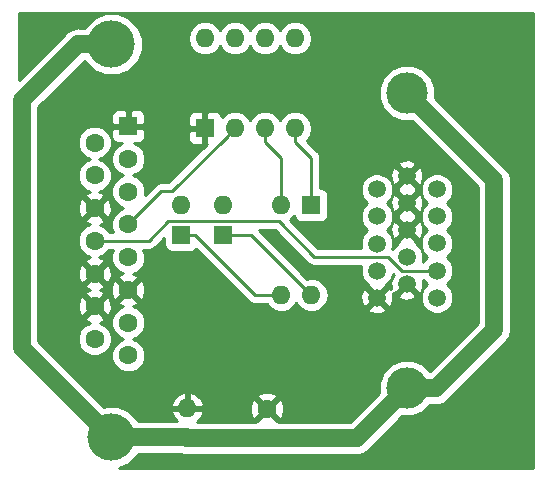
<source format=gbr>
G04 #@! TF.GenerationSoftware,KiCad,Pcbnew,5.0.2+dfsg1-1~bpo9+1*
G04 #@! TF.CreationDate,2021-10-31T12:26:06+01:00*
G04 #@! TF.ProjectId,MAC-VGA,4d41432d-5647-4412-9e6b-696361645f70,rev?*
G04 #@! TF.SameCoordinates,Original*
G04 #@! TF.FileFunction,Copper,L2,Bot*
G04 #@! TF.FilePolarity,Positive*
%FSLAX46Y46*%
G04 Gerber Fmt 4.6, Leading zero omitted, Abs format (unit mm)*
G04 Created by KiCad (PCBNEW 5.0.2+dfsg1-1~bpo9+1) date Sun Oct 31 12:26:06 2021*
%MOMM*%
%LPD*%
G01*
G04 APERTURE LIST*
G04 #@! TA.AperFunction,ComponentPad*
%ADD10O,1.600000X1.600000*%
G04 #@! TD*
G04 #@! TA.AperFunction,ComponentPad*
%ADD11R,1.600000X1.600000*%
G04 #@! TD*
G04 #@! TA.AperFunction,ComponentPad*
%ADD12C,1.600000*%
G04 #@! TD*
G04 #@! TA.AperFunction,ComponentPad*
%ADD13C,4.000000*%
G04 #@! TD*
G04 #@! TA.AperFunction,ComponentPad*
%ADD14C,1.500000*%
G04 #@! TD*
G04 #@! TA.AperFunction,ComponentPad*
%ADD15C,3.500000*%
G04 #@! TD*
G04 #@! TA.AperFunction,Conductor*
%ADD16C,1.500000*%
G04 #@! TD*
G04 #@! TA.AperFunction,Conductor*
%ADD17C,0.250000*%
G04 #@! TD*
G04 #@! TA.AperFunction,Conductor*
%ADD18C,0.254000*%
G04 #@! TD*
G04 APERTURE END LIST*
D10*
G04 #@! TO.P,D2,2*
G04 #@! TO.N,MAC_ID3*
X114500000Y-116960000D03*
D11*
G04 #@! TO.P,D2,1*
G04 #@! TO.N,Net-(D2-Pad1)*
X114500000Y-119500000D03*
G04 #@! TD*
D10*
G04 #@! TO.P,D1,2*
G04 #@! TO.N,MAC_ID2*
X118000000Y-116960000D03*
D11*
G04 #@! TO.P,D1,1*
G04 #@! TO.N,Net-(D1-Pad1)*
X118000000Y-119500000D03*
G04 #@! TD*
G04 #@! TO.P,SW2,1*
G04 #@! TO.N,MAC_ID3*
X125500000Y-117000000D03*
D10*
G04 #@! TO.P,SW2,3*
G04 #@! TO.N,Net-(D2-Pad1)*
X122960000Y-124620000D03*
G04 #@! TO.P,SW2,2*
G04 #@! TO.N,MAC_ID2*
X122960000Y-117000000D03*
G04 #@! TO.P,SW2,4*
G04 #@! TO.N,Net-(D1-Pad1)*
X125500000Y-124620000D03*
G04 #@! TD*
D11*
G04 #@! TO.P,SW1,1*
G04 #@! TO.N,GND*
X116500000Y-110500000D03*
D10*
G04 #@! TO.P,SW1,5*
G04 #@! TO.N,Net-(SW1-Pad5)*
X124120000Y-102880000D03*
G04 #@! TO.P,SW1,2*
G04 #@! TO.N,MAC_ID1*
X119040000Y-110500000D03*
G04 #@! TO.P,SW1,6*
G04 #@! TO.N,Net-(SW1-Pad5)*
X121580000Y-102880000D03*
G04 #@! TO.P,SW1,3*
G04 #@! TO.N,MAC_ID2*
X121580000Y-110500000D03*
G04 #@! TO.P,SW1,7*
G04 #@! TO.N,Net-(SW1-Pad5)*
X119040000Y-102880000D03*
G04 #@! TO.P,SW1,4*
G04 #@! TO.N,MAC_ID3*
X124120000Y-110500000D03*
G04 #@! TO.P,SW1,8*
G04 #@! TO.N,Net-(SW1-Pad5)*
X116500000Y-102880000D03*
G04 #@! TD*
D11*
G04 #@! TO.P,J2,1*
G04 #@! TO.N,GND*
X110000000Y-110330000D03*
D12*
G04 #@! TO.P,J2,2*
G04 #@! TO.N,MAC_R*
X110000000Y-113100000D03*
G04 #@! TO.P,J2,3*
G04 #@! TO.N,MAC_CS*
X110000000Y-115870000D03*
G04 #@! TO.P,J2,4*
G04 #@! TO.N,MAC_ID1*
X110000000Y-118640000D03*
G04 #@! TO.P,J2,5*
G04 #@! TO.N,MAC_G*
X110000000Y-121410000D03*
G04 #@! TO.P,J2,6*
G04 #@! TO.N,GND*
X110000000Y-124180000D03*
G04 #@! TO.P,J2,7*
G04 #@! TO.N,MAC_ID2*
X110000000Y-126950000D03*
G04 #@! TO.P,J2,8*
G04 #@! TO.N,Net-(J2-Pad8)*
X110000000Y-129720000D03*
G04 #@! TO.P,J2,9*
G04 #@! TO.N,MAC_B*
X107160000Y-111715000D03*
G04 #@! TO.P,J2,10*
G04 #@! TO.N,MAC_ID3*
X107160000Y-114485000D03*
G04 #@! TO.P,J2,11*
G04 #@! TO.N,GND*
X107160000Y-117255000D03*
G04 #@! TO.P,J2,12*
G04 #@! TO.N,MAC_VS*
X107160000Y-120025000D03*
G04 #@! TO.P,J2,13*
G04 #@! TO.N,GND*
X107160000Y-122795000D03*
G04 #@! TO.P,J2,14*
X107160000Y-125565000D03*
G04 #@! TO.P,J2,15*
G04 #@! TO.N,MAC_HS*
X107160000Y-128335000D03*
D13*
G04 #@! TO.P,J2,0*
G04 #@! TO.N,Net-(C3-Pad1)*
X108580000Y-103375000D03*
X108580000Y-136675000D03*
G04 #@! TD*
D11*
G04 #@! TO.P,C3,1*
G04 #@! TO.N,Net-(C3-Pad1)*
X121750000Y-136750000D03*
D12*
G04 #@! TO.P,C3,2*
G04 #@! TO.N,GND*
X121750000Y-134250000D03*
G04 #@! TD*
D14*
G04 #@! TO.P,J1,15*
G04 #@! TO.N,Net-(J1-Pad15)*
X136140000Y-124835000D03*
G04 #@! TO.P,J1,14*
G04 #@! TO.N,MAC_VS*
X136140000Y-122545000D03*
G04 #@! TO.P,J1,13*
G04 #@! TO.N,MAC_HS*
X136140000Y-120251000D03*
G04 #@! TO.P,J1,12*
G04 #@! TO.N,Net-(J1-Pad12)*
X136140000Y-117965000D03*
G04 #@! TO.P,J1,11*
G04 #@! TO.N,Net-(J1-Pad11)*
X136140000Y-115675000D03*
G04 #@! TO.P,J1,10*
G04 #@! TO.N,GND*
X133600000Y-123695000D03*
G04 #@! TO.P,J1,9*
G04 #@! TO.N,Net-(J1-Pad9)*
X133600000Y-121405000D03*
G04 #@! TO.P,J1,8*
G04 #@! TO.N,GND*
X133600000Y-119115000D03*
G04 #@! TO.P,J1,7*
X133600000Y-116825000D03*
G04 #@! TO.P,J1,6*
X133600000Y-114535000D03*
G04 #@! TO.P,J1,5*
X131060000Y-124835000D03*
G04 #@! TO.P,J1,4*
G04 #@! TO.N,Net-(J1-Pad4)*
X131060000Y-122545000D03*
G04 #@! TO.P,J1,3*
G04 #@! TO.N,MAC_B*
X131060000Y-120255000D03*
G04 #@! TO.P,J1,2*
G04 #@! TO.N,MAC_G*
X131060000Y-117965000D03*
G04 #@! TO.P,J1,1*
G04 #@! TO.N,MAC_R*
X131060000Y-115675000D03*
D15*
G04 #@! TO.P,J1,0*
G04 #@! TO.N,Net-(C3-Pad1)*
X133600000Y-107505000D03*
X133600000Y-132505000D03*
G04 #@! TD*
D12*
G04 #@! TO.P,R9,1*
G04 #@! TO.N,Net-(C3-Pad1)*
X115000000Y-136750000D03*
D10*
G04 #@! TO.P,R9,2*
G04 #@! TO.N,GND*
X115000000Y-134210000D03*
G04 #@! TD*
D16*
G04 #@! TO.N,Net-(C3-Pad1)*
X133600000Y-132505000D02*
X136075000Y-132505000D01*
X136075000Y-132505000D02*
X141000000Y-127580000D01*
X141000000Y-127580000D02*
X141000000Y-114905000D01*
X141000000Y-114905000D02*
X133600000Y-107505000D01*
X108580000Y-103375000D02*
X105752000Y-103375000D01*
X105752000Y-103375000D02*
X101000000Y-108127000D01*
X101000000Y-108127000D02*
X101000000Y-129095000D01*
X101000000Y-129095000D02*
X108580000Y-136675000D01*
X121750000Y-136750000D02*
X129355000Y-136750000D01*
X129355000Y-136750000D02*
X133600000Y-132505000D01*
X108580000Y-136675000D02*
X114925000Y-136675000D01*
X114925000Y-136675000D02*
X115000000Y-136750000D01*
X115000000Y-136750000D02*
X121750000Y-136750000D01*
D17*
G04 #@! TO.N,MAC_VS*
X136140000Y-122545000D02*
X133176400Y-122545000D01*
X133176400Y-122545000D02*
X132031400Y-121400000D01*
X132031400Y-121400000D02*
X125768400Y-121400000D01*
X125768400Y-121400000D02*
X122743000Y-118374600D01*
X122743000Y-118374600D02*
X113377200Y-118374600D01*
X113377200Y-118374600D02*
X111726800Y-120025000D01*
X111726800Y-120025000D02*
X107160000Y-120025000D01*
G04 #@! TO.N,Net-(D1-Pad1)*
X120380000Y-119500000D02*
X125500000Y-124620000D01*
X118000000Y-119500000D02*
X120380000Y-119500000D01*
G04 #@! TO.N,MAC_ID3*
X124120000Y-110500000D02*
X124120000Y-111625300D01*
X124120000Y-111625300D02*
X125500000Y-113005300D01*
X125500000Y-113005300D02*
X125500000Y-117000000D01*
G04 #@! TO.N,MAC_ID2*
X121580000Y-110500000D02*
X121580000Y-111625300D01*
X121580000Y-111625300D02*
X122960000Y-113005300D01*
X122960000Y-113005300D02*
X122960000Y-117000000D01*
G04 #@! TO.N,Net-(D2-Pad1)*
X114500000Y-119500000D02*
X115625300Y-119500000D01*
X122960000Y-124620000D02*
X120745300Y-124620000D01*
X120745300Y-124620000D02*
X115625300Y-119500000D01*
G04 #@! TO.N,MAC_ID1*
X118240001Y-111299999D02*
X119040000Y-110500000D01*
X113705001Y-115834999D02*
X118240001Y-111299999D01*
X112805001Y-115834999D02*
X113705001Y-115834999D01*
X110000000Y-118640000D02*
X112805001Y-115834999D01*
G04 #@! TD*
D18*
G04 #@! TO.N,GND*
G36*
X144265001Y-139265000D02*
X109212774Y-139265000D01*
X110072608Y-138908845D01*
X110813845Y-138167608D01*
X110858418Y-138060000D01*
X114412785Y-138060000D01*
X114714561Y-138185000D01*
X115285439Y-138185000D01*
X115406150Y-138135000D01*
X120682544Y-138135000D01*
X120702235Y-138148157D01*
X120950000Y-138197440D01*
X122550000Y-138197440D01*
X122797765Y-138148157D01*
X122817456Y-138135000D01*
X129218593Y-138135000D01*
X129355000Y-138162133D01*
X129491407Y-138135000D01*
X129895400Y-138054641D01*
X130353529Y-137748529D01*
X130430799Y-137632886D01*
X133173686Y-134890000D01*
X134074406Y-134890000D01*
X134950994Y-134526905D01*
X135587899Y-133890000D01*
X135938593Y-133890000D01*
X136075000Y-133917133D01*
X136211407Y-133890000D01*
X136615400Y-133809641D01*
X137073529Y-133503529D01*
X137150799Y-133387886D01*
X141882890Y-128655796D01*
X141998528Y-128578529D01*
X142075795Y-128462891D01*
X142075797Y-128462889D01*
X142304641Y-128120400D01*
X142412133Y-127580000D01*
X142385000Y-127443593D01*
X142385000Y-115041401D01*
X142412132Y-114904999D01*
X142385000Y-114768597D01*
X142385000Y-114768593D01*
X142304641Y-114364600D01*
X141998529Y-113906471D01*
X141882885Y-113829200D01*
X135985000Y-107931315D01*
X135985000Y-107030594D01*
X135621905Y-106154006D01*
X134950994Y-105483095D01*
X134074406Y-105120000D01*
X133125594Y-105120000D01*
X132249006Y-105483095D01*
X131578095Y-106154006D01*
X131215000Y-107030594D01*
X131215000Y-107979406D01*
X131578095Y-108855994D01*
X132249006Y-109526905D01*
X133125594Y-109890000D01*
X134026315Y-109890000D01*
X139615001Y-115478686D01*
X139615000Y-127006314D01*
X135544607Y-131076708D01*
X134950994Y-130483095D01*
X134074406Y-130120000D01*
X133125594Y-130120000D01*
X132249006Y-130483095D01*
X131578095Y-131154006D01*
X131215000Y-132030594D01*
X131215000Y-132931314D01*
X128781315Y-135365000D01*
X122817456Y-135365000D01*
X122797765Y-135351843D01*
X122563813Y-135305307D01*
X122578139Y-135257745D01*
X121750000Y-134429605D01*
X120921861Y-135257745D01*
X120936187Y-135305307D01*
X120702235Y-135351843D01*
X120682544Y-135365000D01*
X115821365Y-135365000D01*
X116152389Y-135065134D01*
X116391914Y-134559041D01*
X116270629Y-134337000D01*
X115127000Y-134337000D01*
X115127000Y-134357000D01*
X114873000Y-134357000D01*
X114873000Y-134337000D01*
X113729371Y-134337000D01*
X113608086Y-134559041D01*
X113847611Y-135065134D01*
X114095842Y-135290000D01*
X110858418Y-135290000D01*
X110813845Y-135182392D01*
X110072608Y-134441155D01*
X109104134Y-134040000D01*
X108055866Y-134040000D01*
X107948258Y-134084573D01*
X107724644Y-133860959D01*
X113608086Y-133860959D01*
X113729371Y-134083000D01*
X114873000Y-134083000D01*
X114873000Y-132940085D01*
X115127000Y-132940085D01*
X115127000Y-134083000D01*
X116270629Y-134083000D01*
X116297818Y-134033223D01*
X120303035Y-134033223D01*
X120330222Y-134603454D01*
X120496136Y-135004005D01*
X120742255Y-135078139D01*
X121570395Y-134250000D01*
X121929605Y-134250000D01*
X122757745Y-135078139D01*
X123003864Y-135004005D01*
X123196965Y-134466777D01*
X123169778Y-133896546D01*
X123003864Y-133495995D01*
X122757745Y-133421861D01*
X121929605Y-134250000D01*
X121570395Y-134250000D01*
X120742255Y-133421861D01*
X120496136Y-133495995D01*
X120303035Y-134033223D01*
X116297818Y-134033223D01*
X116391914Y-133860959D01*
X116152389Y-133354866D01*
X116028078Y-133242255D01*
X120921861Y-133242255D01*
X121750000Y-134070395D01*
X122578139Y-133242255D01*
X122504005Y-132996136D01*
X121966777Y-132803035D01*
X121396546Y-132830222D01*
X120995995Y-132996136D01*
X120921861Y-133242255D01*
X116028078Y-133242255D01*
X115737423Y-132978959D01*
X115349039Y-132818096D01*
X115127000Y-132940085D01*
X114873000Y-132940085D01*
X114650961Y-132818096D01*
X114262577Y-132978959D01*
X113847611Y-133354866D01*
X113608086Y-133860959D01*
X107724644Y-133860959D01*
X102385000Y-128521315D01*
X102385000Y-128049561D01*
X105725000Y-128049561D01*
X105725000Y-128620439D01*
X105943466Y-129147862D01*
X106347138Y-129551534D01*
X106874561Y-129770000D01*
X107445439Y-129770000D01*
X107972862Y-129551534D01*
X108376534Y-129147862D01*
X108595000Y-128620439D01*
X108595000Y-128049561D01*
X108376534Y-127522138D01*
X107972862Y-127118466D01*
X107581782Y-126956475D01*
X107914005Y-126818864D01*
X107960482Y-126664561D01*
X108565000Y-126664561D01*
X108565000Y-127235439D01*
X108783466Y-127762862D01*
X109187138Y-128166534D01*
X109593850Y-128335000D01*
X109187138Y-128503466D01*
X108783466Y-128907138D01*
X108565000Y-129434561D01*
X108565000Y-130005439D01*
X108783466Y-130532862D01*
X109187138Y-130936534D01*
X109714561Y-131155000D01*
X110285439Y-131155000D01*
X110812862Y-130936534D01*
X111216534Y-130532862D01*
X111435000Y-130005439D01*
X111435000Y-129434561D01*
X111216534Y-128907138D01*
X110812862Y-128503466D01*
X110406150Y-128335000D01*
X110812862Y-128166534D01*
X111216534Y-127762862D01*
X111435000Y-127235439D01*
X111435000Y-126664561D01*
X111216534Y-126137138D01*
X110812862Y-125733466D01*
X110421782Y-125571475D01*
X110754005Y-125433864D01*
X110828139Y-125187745D01*
X110000000Y-124359605D01*
X109171861Y-125187745D01*
X109245995Y-125433864D01*
X109601739Y-125561732D01*
X109187138Y-125733466D01*
X108783466Y-126137138D01*
X108565000Y-126664561D01*
X107960482Y-126664561D01*
X107988139Y-126572745D01*
X107160000Y-125744605D01*
X106331861Y-126572745D01*
X106405995Y-126818864D01*
X106761739Y-126946732D01*
X106347138Y-127118466D01*
X105943466Y-127522138D01*
X105725000Y-128049561D01*
X102385000Y-128049561D01*
X102385000Y-125348223D01*
X105713035Y-125348223D01*
X105740222Y-125918454D01*
X105906136Y-126319005D01*
X106152255Y-126393139D01*
X106980395Y-125565000D01*
X107339605Y-125565000D01*
X108167745Y-126393139D01*
X108413864Y-126319005D01*
X108606965Y-125781777D01*
X108579778Y-125211546D01*
X108413864Y-124810995D01*
X108167745Y-124736861D01*
X107339605Y-125565000D01*
X106980395Y-125565000D01*
X106152255Y-124736861D01*
X105906136Y-124810995D01*
X105713035Y-125348223D01*
X102385000Y-125348223D01*
X102385000Y-123802745D01*
X106331861Y-123802745D01*
X106405995Y-124048864D01*
X106744999Y-124170716D01*
X106405995Y-124311136D01*
X106331861Y-124557255D01*
X107160000Y-125385395D01*
X107988139Y-124557255D01*
X107914005Y-124311136D01*
X107575001Y-124189284D01*
X107914005Y-124048864D01*
X107939801Y-123963223D01*
X108553035Y-123963223D01*
X108580222Y-124533454D01*
X108746136Y-124934005D01*
X108992255Y-125008139D01*
X109820395Y-124180000D01*
X110179605Y-124180000D01*
X111007745Y-125008139D01*
X111253864Y-124934005D01*
X111446965Y-124396777D01*
X111419778Y-123826546D01*
X111253864Y-123425995D01*
X111007745Y-123351861D01*
X110179605Y-124180000D01*
X109820395Y-124180000D01*
X108992255Y-123351861D01*
X108746136Y-123425995D01*
X108553035Y-123963223D01*
X107939801Y-123963223D01*
X107988139Y-123802745D01*
X107160000Y-122974605D01*
X106331861Y-123802745D01*
X102385000Y-123802745D01*
X102385000Y-122578223D01*
X105713035Y-122578223D01*
X105740222Y-123148454D01*
X105906136Y-123549005D01*
X106152255Y-123623139D01*
X106980395Y-122795000D01*
X107339605Y-122795000D01*
X108167745Y-123623139D01*
X108413864Y-123549005D01*
X108606965Y-123011777D01*
X108579778Y-122441546D01*
X108413864Y-122040995D01*
X108167745Y-121966861D01*
X107339605Y-122795000D01*
X106980395Y-122795000D01*
X106152255Y-121966861D01*
X105906136Y-122040995D01*
X105713035Y-122578223D01*
X102385000Y-122578223D01*
X102385000Y-119739561D01*
X105725000Y-119739561D01*
X105725000Y-120310439D01*
X105943466Y-120837862D01*
X106347138Y-121241534D01*
X106738218Y-121403525D01*
X106405995Y-121541136D01*
X106331861Y-121787255D01*
X107160000Y-122615395D01*
X107988139Y-121787255D01*
X107914005Y-121541136D01*
X107558261Y-121413268D01*
X107972862Y-121241534D01*
X108376534Y-120837862D01*
X108398430Y-120785000D01*
X108705651Y-120785000D01*
X108565000Y-121124561D01*
X108565000Y-121695439D01*
X108783466Y-122222862D01*
X109187138Y-122626534D01*
X109578218Y-122788525D01*
X109245995Y-122926136D01*
X109171861Y-123172255D01*
X110000000Y-124000395D01*
X110828139Y-123172255D01*
X110754005Y-122926136D01*
X110398261Y-122798268D01*
X110812862Y-122626534D01*
X111216534Y-122222862D01*
X111435000Y-121695439D01*
X111435000Y-121124561D01*
X111294349Y-120785000D01*
X111651953Y-120785000D01*
X111726800Y-120799888D01*
X111801647Y-120785000D01*
X111801652Y-120785000D01*
X112023337Y-120740904D01*
X112274729Y-120572929D01*
X112317131Y-120509470D01*
X113052560Y-119774041D01*
X113052560Y-120300000D01*
X113101843Y-120547765D01*
X113242191Y-120757809D01*
X113452235Y-120898157D01*
X113700000Y-120947440D01*
X115300000Y-120947440D01*
X115547765Y-120898157D01*
X115757809Y-120757809D01*
X115778036Y-120727537D01*
X120154973Y-125104476D01*
X120197371Y-125167929D01*
X120260824Y-125210327D01*
X120260826Y-125210329D01*
X120386202Y-125294102D01*
X120448763Y-125335904D01*
X120670448Y-125380000D01*
X120670452Y-125380000D01*
X120745299Y-125394888D01*
X120820146Y-125380000D01*
X121741957Y-125380000D01*
X121925423Y-125654577D01*
X122400091Y-125971740D01*
X122818667Y-126055000D01*
X123101333Y-126055000D01*
X123519909Y-125971740D01*
X123994577Y-125654577D01*
X124230000Y-125302242D01*
X124465423Y-125654577D01*
X124940091Y-125971740D01*
X125358667Y-126055000D01*
X125641333Y-126055000D01*
X126059909Y-125971740D01*
X126307182Y-125806517D01*
X130268088Y-125806517D01*
X130336077Y-126047460D01*
X130855171Y-126232201D01*
X131405448Y-126204230D01*
X131783923Y-126047460D01*
X131851912Y-125806517D01*
X131060000Y-125014605D01*
X130268088Y-125806517D01*
X126307182Y-125806517D01*
X126534577Y-125654577D01*
X126851740Y-125179909D01*
X126961089Y-124630171D01*
X129662799Y-124630171D01*
X129690770Y-125180448D01*
X129847540Y-125558923D01*
X130088483Y-125626912D01*
X130880395Y-124835000D01*
X130088483Y-124043088D01*
X129847540Y-124111077D01*
X129662799Y-124630171D01*
X126961089Y-124630171D01*
X126963113Y-124620000D01*
X126851740Y-124060091D01*
X126534577Y-123585423D01*
X126059909Y-123268260D01*
X125641333Y-123185000D01*
X125358667Y-123185000D01*
X125176115Y-123221312D01*
X121089401Y-119134600D01*
X122428199Y-119134600D01*
X125178070Y-121884472D01*
X125220471Y-121947929D01*
X125283927Y-121990329D01*
X125471862Y-122115904D01*
X125520005Y-122125480D01*
X125693548Y-122160000D01*
X125693552Y-122160000D01*
X125768400Y-122174888D01*
X125843248Y-122160000D01*
X129720359Y-122160000D01*
X129675000Y-122269506D01*
X129675000Y-122820494D01*
X129885853Y-123329540D01*
X130275460Y-123719147D01*
X130305326Y-123731518D01*
X130268088Y-123863483D01*
X131060000Y-124655395D01*
X131851912Y-123863483D01*
X131814674Y-123731518D01*
X131844540Y-123719147D01*
X132234147Y-123329540D01*
X132425110Y-122868512D01*
X132496835Y-122940236D01*
X132387540Y-122971077D01*
X132202799Y-123490171D01*
X132230770Y-124040448D01*
X132258380Y-124107104D01*
X132031517Y-124043088D01*
X131239605Y-124835000D01*
X132031517Y-125626912D01*
X132272460Y-125558923D01*
X132457201Y-125039829D01*
X132438226Y-124666517D01*
X132808088Y-124666517D01*
X132876077Y-124907460D01*
X133395171Y-125092201D01*
X133945448Y-125064230D01*
X134323923Y-124907460D01*
X134391912Y-124666517D01*
X133600000Y-123874605D01*
X132808088Y-124666517D01*
X132438226Y-124666517D01*
X132429230Y-124489552D01*
X132401620Y-124422896D01*
X132628483Y-124486912D01*
X133420395Y-123695000D01*
X133406253Y-123680858D01*
X133585858Y-123501253D01*
X133600000Y-123515395D01*
X133614143Y-123501253D01*
X133793748Y-123680858D01*
X133779605Y-123695000D01*
X134571517Y-124486912D01*
X134812460Y-124418923D01*
X134997201Y-123899829D01*
X134969230Y-123349552D01*
X134950776Y-123305000D01*
X134955688Y-123305000D01*
X134965853Y-123329540D01*
X135326313Y-123690000D01*
X134965853Y-124050460D01*
X134755000Y-124559506D01*
X134755000Y-125110494D01*
X134965853Y-125619540D01*
X135355460Y-126009147D01*
X135864506Y-126220000D01*
X136415494Y-126220000D01*
X136924540Y-126009147D01*
X137314147Y-125619540D01*
X137525000Y-125110494D01*
X137525000Y-124559506D01*
X137314147Y-124050460D01*
X136953687Y-123690000D01*
X137314147Y-123329540D01*
X137525000Y-122820494D01*
X137525000Y-122269506D01*
X137314147Y-121760460D01*
X136951687Y-121398000D01*
X137314147Y-121035540D01*
X137525000Y-120526494D01*
X137525000Y-119975506D01*
X137314147Y-119466460D01*
X136955687Y-119108000D01*
X137314147Y-118749540D01*
X137525000Y-118240494D01*
X137525000Y-117689506D01*
X137314147Y-117180460D01*
X136953687Y-116820000D01*
X137314147Y-116459540D01*
X137525000Y-115950494D01*
X137525000Y-115399506D01*
X137314147Y-114890460D01*
X136924540Y-114500853D01*
X136415494Y-114290000D01*
X135864506Y-114290000D01*
X135355460Y-114500853D01*
X134965853Y-114890460D01*
X134755000Y-115399506D01*
X134755000Y-115950494D01*
X134965853Y-116459540D01*
X135326313Y-116820000D01*
X134965853Y-117180460D01*
X134755000Y-117689506D01*
X134755000Y-118240494D01*
X134965853Y-118749540D01*
X135324313Y-119108000D01*
X134965853Y-119466460D01*
X134817865Y-119823737D01*
X134997201Y-119319829D01*
X134969230Y-118769552D01*
X134812460Y-118391077D01*
X134571517Y-118323088D01*
X133779605Y-119115000D01*
X134571517Y-119906912D01*
X134811457Y-119839206D01*
X134755000Y-119975506D01*
X134755000Y-120526494D01*
X134965853Y-121035540D01*
X135328313Y-121398000D01*
X134965853Y-121760460D01*
X134955688Y-121785000D01*
X134941712Y-121785000D01*
X134985000Y-121680494D01*
X134985000Y-121129506D01*
X134774147Y-120620460D01*
X134384540Y-120230853D01*
X134354674Y-120218482D01*
X134391912Y-120086517D01*
X133600000Y-119294605D01*
X132808088Y-120086517D01*
X132845326Y-120218482D01*
X132815460Y-120230853D01*
X132425853Y-120620460D01*
X132383983Y-120721545D01*
X132369792Y-120712063D01*
X132445000Y-120530494D01*
X132445000Y-119979506D01*
X132234147Y-119470460D01*
X131873687Y-119110000D01*
X132073516Y-118910171D01*
X132202799Y-118910171D01*
X132230770Y-119460448D01*
X132387540Y-119838923D01*
X132628483Y-119906912D01*
X133420395Y-119115000D01*
X132628483Y-118323088D01*
X132387540Y-118391077D01*
X132202799Y-118910171D01*
X132073516Y-118910171D01*
X132234147Y-118749540D01*
X132445000Y-118240494D01*
X132445000Y-117796517D01*
X132808088Y-117796517D01*
X132857041Y-117970000D01*
X132808088Y-118143483D01*
X133600000Y-118935395D01*
X134391912Y-118143483D01*
X134342959Y-117970000D01*
X134391912Y-117796517D01*
X133600000Y-117004605D01*
X132808088Y-117796517D01*
X132445000Y-117796517D01*
X132445000Y-117689506D01*
X132234147Y-117180460D01*
X131873687Y-116820000D01*
X132073516Y-116620171D01*
X132202799Y-116620171D01*
X132230770Y-117170448D01*
X132387540Y-117548923D01*
X132628483Y-117616912D01*
X133420395Y-116825000D01*
X133779605Y-116825000D01*
X134571517Y-117616912D01*
X134812460Y-117548923D01*
X134997201Y-117029829D01*
X134969230Y-116479552D01*
X134812460Y-116101077D01*
X134571517Y-116033088D01*
X133779605Y-116825000D01*
X133420395Y-116825000D01*
X132628483Y-116033088D01*
X132387540Y-116101077D01*
X132202799Y-116620171D01*
X132073516Y-116620171D01*
X132234147Y-116459540D01*
X132445000Y-115950494D01*
X132445000Y-115506517D01*
X132808088Y-115506517D01*
X132857041Y-115680000D01*
X132808088Y-115853483D01*
X133600000Y-116645395D01*
X134391912Y-115853483D01*
X134342959Y-115680000D01*
X134391912Y-115506517D01*
X133600000Y-114714605D01*
X132808088Y-115506517D01*
X132445000Y-115506517D01*
X132445000Y-115399506D01*
X132234147Y-114890460D01*
X131844540Y-114500853D01*
X131432476Y-114330171D01*
X132202799Y-114330171D01*
X132230770Y-114880448D01*
X132387540Y-115258923D01*
X132628483Y-115326912D01*
X133420395Y-114535000D01*
X133779605Y-114535000D01*
X134571517Y-115326912D01*
X134812460Y-115258923D01*
X134997201Y-114739829D01*
X134969230Y-114189552D01*
X134812460Y-113811077D01*
X134571517Y-113743088D01*
X133779605Y-114535000D01*
X133420395Y-114535000D01*
X132628483Y-113743088D01*
X132387540Y-113811077D01*
X132202799Y-114330171D01*
X131432476Y-114330171D01*
X131335494Y-114290000D01*
X130784506Y-114290000D01*
X130275460Y-114500853D01*
X129885853Y-114890460D01*
X129675000Y-115399506D01*
X129675000Y-115950494D01*
X129885853Y-116459540D01*
X130246313Y-116820000D01*
X129885853Y-117180460D01*
X129675000Y-117689506D01*
X129675000Y-118240494D01*
X129885853Y-118749540D01*
X130246313Y-119110000D01*
X129885853Y-119470460D01*
X129675000Y-119979506D01*
X129675000Y-120530494D01*
X129720359Y-120640000D01*
X126083202Y-120640000D01*
X123684779Y-118241578D01*
X123994577Y-118034577D01*
X124075215Y-117913894D01*
X124101843Y-118047765D01*
X124242191Y-118257809D01*
X124452235Y-118398157D01*
X124700000Y-118447440D01*
X126300000Y-118447440D01*
X126547765Y-118398157D01*
X126757809Y-118257809D01*
X126898157Y-118047765D01*
X126947440Y-117800000D01*
X126947440Y-116200000D01*
X126898157Y-115952235D01*
X126757809Y-115742191D01*
X126547765Y-115601843D01*
X126300000Y-115552560D01*
X126260000Y-115552560D01*
X126260000Y-113563483D01*
X132808088Y-113563483D01*
X133600000Y-114355395D01*
X134391912Y-113563483D01*
X134323923Y-113322540D01*
X133804829Y-113137799D01*
X133254552Y-113165770D01*
X132876077Y-113322540D01*
X132808088Y-113563483D01*
X126260000Y-113563483D01*
X126260000Y-113080148D01*
X126274888Y-113005300D01*
X126260000Y-112930452D01*
X126260000Y-112930448D01*
X126215904Y-112708763D01*
X126215904Y-112708762D01*
X126090329Y-112520827D01*
X126047929Y-112457371D01*
X125984473Y-112414971D01*
X125124305Y-111554804D01*
X125154577Y-111534577D01*
X125471740Y-111059909D01*
X125583113Y-110500000D01*
X125471740Y-109940091D01*
X125154577Y-109465423D01*
X124679909Y-109148260D01*
X124261333Y-109065000D01*
X123978667Y-109065000D01*
X123560091Y-109148260D01*
X123085423Y-109465423D01*
X122850000Y-109817758D01*
X122614577Y-109465423D01*
X122139909Y-109148260D01*
X121721333Y-109065000D01*
X121438667Y-109065000D01*
X121020091Y-109148260D01*
X120545423Y-109465423D01*
X120310000Y-109817758D01*
X120074577Y-109465423D01*
X119599909Y-109148260D01*
X119181333Y-109065000D01*
X118898667Y-109065000D01*
X118480091Y-109148260D01*
X118005423Y-109465423D01*
X117934265Y-109571918D01*
X117838327Y-109340302D01*
X117659699Y-109161673D01*
X117426310Y-109065000D01*
X116785750Y-109065000D01*
X116627000Y-109223750D01*
X116627000Y-110373000D01*
X116647000Y-110373000D01*
X116647000Y-110627000D01*
X116627000Y-110627000D01*
X116627000Y-111776250D01*
X116657974Y-111807224D01*
X113390200Y-115074999D01*
X112879847Y-115074999D01*
X112805000Y-115060111D01*
X112730153Y-115074999D01*
X112730149Y-115074999D01*
X112508464Y-115119095D01*
X112508462Y-115119096D01*
X112508463Y-115119096D01*
X112320527Y-115244670D01*
X112320525Y-115244672D01*
X112257072Y-115287070D01*
X112214674Y-115350523D01*
X111435000Y-116130198D01*
X111435000Y-115584561D01*
X111216534Y-115057138D01*
X110812862Y-114653466D01*
X110406150Y-114485000D01*
X110812862Y-114316534D01*
X111216534Y-113912862D01*
X111435000Y-113385439D01*
X111435000Y-112814561D01*
X111216534Y-112287138D01*
X110812862Y-111883466D01*
X110526860Y-111765000D01*
X110926310Y-111765000D01*
X111159699Y-111668327D01*
X111338327Y-111489698D01*
X111435000Y-111256309D01*
X111435000Y-110785750D01*
X115065000Y-110785750D01*
X115065000Y-111426309D01*
X115161673Y-111659698D01*
X115340301Y-111838327D01*
X115573690Y-111935000D01*
X116214250Y-111935000D01*
X116373000Y-111776250D01*
X116373000Y-110627000D01*
X115223750Y-110627000D01*
X115065000Y-110785750D01*
X111435000Y-110785750D01*
X111435000Y-110615750D01*
X111276250Y-110457000D01*
X110127000Y-110457000D01*
X110127000Y-110477000D01*
X109873000Y-110477000D01*
X109873000Y-110457000D01*
X108723750Y-110457000D01*
X108565000Y-110615750D01*
X108565000Y-111256309D01*
X108661673Y-111489698D01*
X108840301Y-111668327D01*
X109073690Y-111765000D01*
X109473140Y-111765000D01*
X109187138Y-111883466D01*
X108783466Y-112287138D01*
X108565000Y-112814561D01*
X108565000Y-113385439D01*
X108783466Y-113912862D01*
X109187138Y-114316534D01*
X109593850Y-114485000D01*
X109187138Y-114653466D01*
X108783466Y-115057138D01*
X108565000Y-115584561D01*
X108565000Y-116155439D01*
X108783466Y-116682862D01*
X109187138Y-117086534D01*
X109593850Y-117255000D01*
X109187138Y-117423466D01*
X108783466Y-117827138D01*
X108565000Y-118354561D01*
X108565000Y-118925439D01*
X108705651Y-119265000D01*
X108398430Y-119265000D01*
X108376534Y-119212138D01*
X107972862Y-118808466D01*
X107581782Y-118646475D01*
X107914005Y-118508864D01*
X107988139Y-118262745D01*
X107160000Y-117434605D01*
X106331861Y-118262745D01*
X106405995Y-118508864D01*
X106761739Y-118636732D01*
X106347138Y-118808466D01*
X105943466Y-119212138D01*
X105725000Y-119739561D01*
X102385000Y-119739561D01*
X102385000Y-117038223D01*
X105713035Y-117038223D01*
X105740222Y-117608454D01*
X105906136Y-118009005D01*
X106152255Y-118083139D01*
X106980395Y-117255000D01*
X107339605Y-117255000D01*
X108167745Y-118083139D01*
X108413864Y-118009005D01*
X108606965Y-117471777D01*
X108579778Y-116901546D01*
X108413864Y-116500995D01*
X108167745Y-116426861D01*
X107339605Y-117255000D01*
X106980395Y-117255000D01*
X106152255Y-116426861D01*
X105906136Y-116500995D01*
X105713035Y-117038223D01*
X102385000Y-117038223D01*
X102385000Y-111429561D01*
X105725000Y-111429561D01*
X105725000Y-112000439D01*
X105943466Y-112527862D01*
X106347138Y-112931534D01*
X106753850Y-113100000D01*
X106347138Y-113268466D01*
X105943466Y-113672138D01*
X105725000Y-114199561D01*
X105725000Y-114770439D01*
X105943466Y-115297862D01*
X106347138Y-115701534D01*
X106738218Y-115863525D01*
X106405995Y-116001136D01*
X106331861Y-116247255D01*
X107160000Y-117075395D01*
X107988139Y-116247255D01*
X107914005Y-116001136D01*
X107558261Y-115873268D01*
X107972862Y-115701534D01*
X108376534Y-115297862D01*
X108595000Y-114770439D01*
X108595000Y-114199561D01*
X108376534Y-113672138D01*
X107972862Y-113268466D01*
X107566150Y-113100000D01*
X107972862Y-112931534D01*
X108376534Y-112527862D01*
X108595000Y-112000439D01*
X108595000Y-111429561D01*
X108376534Y-110902138D01*
X107972862Y-110498466D01*
X107445439Y-110280000D01*
X106874561Y-110280000D01*
X106347138Y-110498466D01*
X105943466Y-110902138D01*
X105725000Y-111429561D01*
X102385000Y-111429561D01*
X102385000Y-109403691D01*
X108565000Y-109403691D01*
X108565000Y-110044250D01*
X108723750Y-110203000D01*
X109873000Y-110203000D01*
X109873000Y-109053750D01*
X110127000Y-109053750D01*
X110127000Y-110203000D01*
X111276250Y-110203000D01*
X111435000Y-110044250D01*
X111435000Y-109573691D01*
X115065000Y-109573691D01*
X115065000Y-110214250D01*
X115223750Y-110373000D01*
X116373000Y-110373000D01*
X116373000Y-109223750D01*
X116214250Y-109065000D01*
X115573690Y-109065000D01*
X115340301Y-109161673D01*
X115161673Y-109340302D01*
X115065000Y-109573691D01*
X111435000Y-109573691D01*
X111435000Y-109403691D01*
X111338327Y-109170302D01*
X111159699Y-108991673D01*
X110926310Y-108895000D01*
X110285750Y-108895000D01*
X110127000Y-109053750D01*
X109873000Y-109053750D01*
X109714250Y-108895000D01*
X109073690Y-108895000D01*
X108840301Y-108991673D01*
X108661673Y-109170302D01*
X108565000Y-109403691D01*
X102385000Y-109403691D01*
X102385000Y-108700685D01*
X106308642Y-104777044D01*
X106346155Y-104867608D01*
X107087392Y-105608845D01*
X108055866Y-106010000D01*
X109104134Y-106010000D01*
X110072608Y-105608845D01*
X110813845Y-104867608D01*
X111215000Y-103899134D01*
X111215000Y-102880000D01*
X115036887Y-102880000D01*
X115148260Y-103439909D01*
X115465423Y-103914577D01*
X115940091Y-104231740D01*
X116358667Y-104315000D01*
X116641333Y-104315000D01*
X117059909Y-104231740D01*
X117534577Y-103914577D01*
X117770000Y-103562242D01*
X118005423Y-103914577D01*
X118480091Y-104231740D01*
X118898667Y-104315000D01*
X119181333Y-104315000D01*
X119599909Y-104231740D01*
X120074577Y-103914577D01*
X120310000Y-103562242D01*
X120545423Y-103914577D01*
X121020091Y-104231740D01*
X121438667Y-104315000D01*
X121721333Y-104315000D01*
X122139909Y-104231740D01*
X122614577Y-103914577D01*
X122850000Y-103562242D01*
X123085423Y-103914577D01*
X123560091Y-104231740D01*
X123978667Y-104315000D01*
X124261333Y-104315000D01*
X124679909Y-104231740D01*
X125154577Y-103914577D01*
X125471740Y-103439909D01*
X125583113Y-102880000D01*
X125471740Y-102320091D01*
X125154577Y-101845423D01*
X124679909Y-101528260D01*
X124261333Y-101445000D01*
X123978667Y-101445000D01*
X123560091Y-101528260D01*
X123085423Y-101845423D01*
X122850000Y-102197758D01*
X122614577Y-101845423D01*
X122139909Y-101528260D01*
X121721333Y-101445000D01*
X121438667Y-101445000D01*
X121020091Y-101528260D01*
X120545423Y-101845423D01*
X120310000Y-102197758D01*
X120074577Y-101845423D01*
X119599909Y-101528260D01*
X119181333Y-101445000D01*
X118898667Y-101445000D01*
X118480091Y-101528260D01*
X118005423Y-101845423D01*
X117770000Y-102197758D01*
X117534577Y-101845423D01*
X117059909Y-101528260D01*
X116641333Y-101445000D01*
X116358667Y-101445000D01*
X115940091Y-101528260D01*
X115465423Y-101845423D01*
X115148260Y-102320091D01*
X115036887Y-102880000D01*
X111215000Y-102880000D01*
X111215000Y-102850866D01*
X110813845Y-101882392D01*
X110072608Y-101141155D01*
X109104134Y-100740000D01*
X108055866Y-100740000D01*
X107087392Y-101141155D01*
X106346155Y-101882392D01*
X106301582Y-101990000D01*
X105888407Y-101990000D01*
X105752000Y-101962867D01*
X105615593Y-101990000D01*
X105211600Y-102070359D01*
X104753471Y-102376471D01*
X104676202Y-102492112D01*
X100735000Y-106433315D01*
X100735000Y-100735000D01*
X144265000Y-100735000D01*
X144265001Y-139265000D01*
X144265001Y-139265000D01*
G37*
X144265001Y-139265000D02*
X109212774Y-139265000D01*
X110072608Y-138908845D01*
X110813845Y-138167608D01*
X110858418Y-138060000D01*
X114412785Y-138060000D01*
X114714561Y-138185000D01*
X115285439Y-138185000D01*
X115406150Y-138135000D01*
X120682544Y-138135000D01*
X120702235Y-138148157D01*
X120950000Y-138197440D01*
X122550000Y-138197440D01*
X122797765Y-138148157D01*
X122817456Y-138135000D01*
X129218593Y-138135000D01*
X129355000Y-138162133D01*
X129491407Y-138135000D01*
X129895400Y-138054641D01*
X130353529Y-137748529D01*
X130430799Y-137632886D01*
X133173686Y-134890000D01*
X134074406Y-134890000D01*
X134950994Y-134526905D01*
X135587899Y-133890000D01*
X135938593Y-133890000D01*
X136075000Y-133917133D01*
X136211407Y-133890000D01*
X136615400Y-133809641D01*
X137073529Y-133503529D01*
X137150799Y-133387886D01*
X141882890Y-128655796D01*
X141998528Y-128578529D01*
X142075795Y-128462891D01*
X142075797Y-128462889D01*
X142304641Y-128120400D01*
X142412133Y-127580000D01*
X142385000Y-127443593D01*
X142385000Y-115041401D01*
X142412132Y-114904999D01*
X142385000Y-114768597D01*
X142385000Y-114768593D01*
X142304641Y-114364600D01*
X141998529Y-113906471D01*
X141882885Y-113829200D01*
X135985000Y-107931315D01*
X135985000Y-107030594D01*
X135621905Y-106154006D01*
X134950994Y-105483095D01*
X134074406Y-105120000D01*
X133125594Y-105120000D01*
X132249006Y-105483095D01*
X131578095Y-106154006D01*
X131215000Y-107030594D01*
X131215000Y-107979406D01*
X131578095Y-108855994D01*
X132249006Y-109526905D01*
X133125594Y-109890000D01*
X134026315Y-109890000D01*
X139615001Y-115478686D01*
X139615000Y-127006314D01*
X135544607Y-131076708D01*
X134950994Y-130483095D01*
X134074406Y-130120000D01*
X133125594Y-130120000D01*
X132249006Y-130483095D01*
X131578095Y-131154006D01*
X131215000Y-132030594D01*
X131215000Y-132931314D01*
X128781315Y-135365000D01*
X122817456Y-135365000D01*
X122797765Y-135351843D01*
X122563813Y-135305307D01*
X122578139Y-135257745D01*
X121750000Y-134429605D01*
X120921861Y-135257745D01*
X120936187Y-135305307D01*
X120702235Y-135351843D01*
X120682544Y-135365000D01*
X115821365Y-135365000D01*
X116152389Y-135065134D01*
X116391914Y-134559041D01*
X116270629Y-134337000D01*
X115127000Y-134337000D01*
X115127000Y-134357000D01*
X114873000Y-134357000D01*
X114873000Y-134337000D01*
X113729371Y-134337000D01*
X113608086Y-134559041D01*
X113847611Y-135065134D01*
X114095842Y-135290000D01*
X110858418Y-135290000D01*
X110813845Y-135182392D01*
X110072608Y-134441155D01*
X109104134Y-134040000D01*
X108055866Y-134040000D01*
X107948258Y-134084573D01*
X107724644Y-133860959D01*
X113608086Y-133860959D01*
X113729371Y-134083000D01*
X114873000Y-134083000D01*
X114873000Y-132940085D01*
X115127000Y-132940085D01*
X115127000Y-134083000D01*
X116270629Y-134083000D01*
X116297818Y-134033223D01*
X120303035Y-134033223D01*
X120330222Y-134603454D01*
X120496136Y-135004005D01*
X120742255Y-135078139D01*
X121570395Y-134250000D01*
X121929605Y-134250000D01*
X122757745Y-135078139D01*
X123003864Y-135004005D01*
X123196965Y-134466777D01*
X123169778Y-133896546D01*
X123003864Y-133495995D01*
X122757745Y-133421861D01*
X121929605Y-134250000D01*
X121570395Y-134250000D01*
X120742255Y-133421861D01*
X120496136Y-133495995D01*
X120303035Y-134033223D01*
X116297818Y-134033223D01*
X116391914Y-133860959D01*
X116152389Y-133354866D01*
X116028078Y-133242255D01*
X120921861Y-133242255D01*
X121750000Y-134070395D01*
X122578139Y-133242255D01*
X122504005Y-132996136D01*
X121966777Y-132803035D01*
X121396546Y-132830222D01*
X120995995Y-132996136D01*
X120921861Y-133242255D01*
X116028078Y-133242255D01*
X115737423Y-132978959D01*
X115349039Y-132818096D01*
X115127000Y-132940085D01*
X114873000Y-132940085D01*
X114650961Y-132818096D01*
X114262577Y-132978959D01*
X113847611Y-133354866D01*
X113608086Y-133860959D01*
X107724644Y-133860959D01*
X102385000Y-128521315D01*
X102385000Y-128049561D01*
X105725000Y-128049561D01*
X105725000Y-128620439D01*
X105943466Y-129147862D01*
X106347138Y-129551534D01*
X106874561Y-129770000D01*
X107445439Y-129770000D01*
X107972862Y-129551534D01*
X108376534Y-129147862D01*
X108595000Y-128620439D01*
X108595000Y-128049561D01*
X108376534Y-127522138D01*
X107972862Y-127118466D01*
X107581782Y-126956475D01*
X107914005Y-126818864D01*
X107960482Y-126664561D01*
X108565000Y-126664561D01*
X108565000Y-127235439D01*
X108783466Y-127762862D01*
X109187138Y-128166534D01*
X109593850Y-128335000D01*
X109187138Y-128503466D01*
X108783466Y-128907138D01*
X108565000Y-129434561D01*
X108565000Y-130005439D01*
X108783466Y-130532862D01*
X109187138Y-130936534D01*
X109714561Y-131155000D01*
X110285439Y-131155000D01*
X110812862Y-130936534D01*
X111216534Y-130532862D01*
X111435000Y-130005439D01*
X111435000Y-129434561D01*
X111216534Y-128907138D01*
X110812862Y-128503466D01*
X110406150Y-128335000D01*
X110812862Y-128166534D01*
X111216534Y-127762862D01*
X111435000Y-127235439D01*
X111435000Y-126664561D01*
X111216534Y-126137138D01*
X110812862Y-125733466D01*
X110421782Y-125571475D01*
X110754005Y-125433864D01*
X110828139Y-125187745D01*
X110000000Y-124359605D01*
X109171861Y-125187745D01*
X109245995Y-125433864D01*
X109601739Y-125561732D01*
X109187138Y-125733466D01*
X108783466Y-126137138D01*
X108565000Y-126664561D01*
X107960482Y-126664561D01*
X107988139Y-126572745D01*
X107160000Y-125744605D01*
X106331861Y-126572745D01*
X106405995Y-126818864D01*
X106761739Y-126946732D01*
X106347138Y-127118466D01*
X105943466Y-127522138D01*
X105725000Y-128049561D01*
X102385000Y-128049561D01*
X102385000Y-125348223D01*
X105713035Y-125348223D01*
X105740222Y-125918454D01*
X105906136Y-126319005D01*
X106152255Y-126393139D01*
X106980395Y-125565000D01*
X107339605Y-125565000D01*
X108167745Y-126393139D01*
X108413864Y-126319005D01*
X108606965Y-125781777D01*
X108579778Y-125211546D01*
X108413864Y-124810995D01*
X108167745Y-124736861D01*
X107339605Y-125565000D01*
X106980395Y-125565000D01*
X106152255Y-124736861D01*
X105906136Y-124810995D01*
X105713035Y-125348223D01*
X102385000Y-125348223D01*
X102385000Y-123802745D01*
X106331861Y-123802745D01*
X106405995Y-124048864D01*
X106744999Y-124170716D01*
X106405995Y-124311136D01*
X106331861Y-124557255D01*
X107160000Y-125385395D01*
X107988139Y-124557255D01*
X107914005Y-124311136D01*
X107575001Y-124189284D01*
X107914005Y-124048864D01*
X107939801Y-123963223D01*
X108553035Y-123963223D01*
X108580222Y-124533454D01*
X108746136Y-124934005D01*
X108992255Y-125008139D01*
X109820395Y-124180000D01*
X110179605Y-124180000D01*
X111007745Y-125008139D01*
X111253864Y-124934005D01*
X111446965Y-124396777D01*
X111419778Y-123826546D01*
X111253864Y-123425995D01*
X111007745Y-123351861D01*
X110179605Y-124180000D01*
X109820395Y-124180000D01*
X108992255Y-123351861D01*
X108746136Y-123425995D01*
X108553035Y-123963223D01*
X107939801Y-123963223D01*
X107988139Y-123802745D01*
X107160000Y-122974605D01*
X106331861Y-123802745D01*
X102385000Y-123802745D01*
X102385000Y-122578223D01*
X105713035Y-122578223D01*
X105740222Y-123148454D01*
X105906136Y-123549005D01*
X106152255Y-123623139D01*
X106980395Y-122795000D01*
X107339605Y-122795000D01*
X108167745Y-123623139D01*
X108413864Y-123549005D01*
X108606965Y-123011777D01*
X108579778Y-122441546D01*
X108413864Y-122040995D01*
X108167745Y-121966861D01*
X107339605Y-122795000D01*
X106980395Y-122795000D01*
X106152255Y-121966861D01*
X105906136Y-122040995D01*
X105713035Y-122578223D01*
X102385000Y-122578223D01*
X102385000Y-119739561D01*
X105725000Y-119739561D01*
X105725000Y-120310439D01*
X105943466Y-120837862D01*
X106347138Y-121241534D01*
X106738218Y-121403525D01*
X106405995Y-121541136D01*
X106331861Y-121787255D01*
X107160000Y-122615395D01*
X107988139Y-121787255D01*
X107914005Y-121541136D01*
X107558261Y-121413268D01*
X107972862Y-121241534D01*
X108376534Y-120837862D01*
X108398430Y-120785000D01*
X108705651Y-120785000D01*
X108565000Y-121124561D01*
X108565000Y-121695439D01*
X108783466Y-122222862D01*
X109187138Y-122626534D01*
X109578218Y-122788525D01*
X109245995Y-122926136D01*
X109171861Y-123172255D01*
X110000000Y-124000395D01*
X110828139Y-123172255D01*
X110754005Y-122926136D01*
X110398261Y-122798268D01*
X110812862Y-122626534D01*
X111216534Y-122222862D01*
X111435000Y-121695439D01*
X111435000Y-121124561D01*
X111294349Y-120785000D01*
X111651953Y-120785000D01*
X111726800Y-120799888D01*
X111801647Y-120785000D01*
X111801652Y-120785000D01*
X112023337Y-120740904D01*
X112274729Y-120572929D01*
X112317131Y-120509470D01*
X113052560Y-119774041D01*
X113052560Y-120300000D01*
X113101843Y-120547765D01*
X113242191Y-120757809D01*
X113452235Y-120898157D01*
X113700000Y-120947440D01*
X115300000Y-120947440D01*
X115547765Y-120898157D01*
X115757809Y-120757809D01*
X115778036Y-120727537D01*
X120154973Y-125104476D01*
X120197371Y-125167929D01*
X120260824Y-125210327D01*
X120260826Y-125210329D01*
X120386202Y-125294102D01*
X120448763Y-125335904D01*
X120670448Y-125380000D01*
X120670452Y-125380000D01*
X120745299Y-125394888D01*
X120820146Y-125380000D01*
X121741957Y-125380000D01*
X121925423Y-125654577D01*
X122400091Y-125971740D01*
X122818667Y-126055000D01*
X123101333Y-126055000D01*
X123519909Y-125971740D01*
X123994577Y-125654577D01*
X124230000Y-125302242D01*
X124465423Y-125654577D01*
X124940091Y-125971740D01*
X125358667Y-126055000D01*
X125641333Y-126055000D01*
X126059909Y-125971740D01*
X126307182Y-125806517D01*
X130268088Y-125806517D01*
X130336077Y-126047460D01*
X130855171Y-126232201D01*
X131405448Y-126204230D01*
X131783923Y-126047460D01*
X131851912Y-125806517D01*
X131060000Y-125014605D01*
X130268088Y-125806517D01*
X126307182Y-125806517D01*
X126534577Y-125654577D01*
X126851740Y-125179909D01*
X126961089Y-124630171D01*
X129662799Y-124630171D01*
X129690770Y-125180448D01*
X129847540Y-125558923D01*
X130088483Y-125626912D01*
X130880395Y-124835000D01*
X130088483Y-124043088D01*
X129847540Y-124111077D01*
X129662799Y-124630171D01*
X126961089Y-124630171D01*
X126963113Y-124620000D01*
X126851740Y-124060091D01*
X126534577Y-123585423D01*
X126059909Y-123268260D01*
X125641333Y-123185000D01*
X125358667Y-123185000D01*
X125176115Y-123221312D01*
X121089401Y-119134600D01*
X122428199Y-119134600D01*
X125178070Y-121884472D01*
X125220471Y-121947929D01*
X125283927Y-121990329D01*
X125471862Y-122115904D01*
X125520005Y-122125480D01*
X125693548Y-122160000D01*
X125693552Y-122160000D01*
X125768400Y-122174888D01*
X125843248Y-122160000D01*
X129720359Y-122160000D01*
X129675000Y-122269506D01*
X129675000Y-122820494D01*
X129885853Y-123329540D01*
X130275460Y-123719147D01*
X130305326Y-123731518D01*
X130268088Y-123863483D01*
X131060000Y-124655395D01*
X131851912Y-123863483D01*
X131814674Y-123731518D01*
X131844540Y-123719147D01*
X132234147Y-123329540D01*
X132425110Y-122868512D01*
X132496835Y-122940236D01*
X132387540Y-122971077D01*
X132202799Y-123490171D01*
X132230770Y-124040448D01*
X132258380Y-124107104D01*
X132031517Y-124043088D01*
X131239605Y-124835000D01*
X132031517Y-125626912D01*
X132272460Y-125558923D01*
X132457201Y-125039829D01*
X132438226Y-124666517D01*
X132808088Y-124666517D01*
X132876077Y-124907460D01*
X133395171Y-125092201D01*
X133945448Y-125064230D01*
X134323923Y-124907460D01*
X134391912Y-124666517D01*
X133600000Y-123874605D01*
X132808088Y-124666517D01*
X132438226Y-124666517D01*
X132429230Y-124489552D01*
X132401620Y-124422896D01*
X132628483Y-124486912D01*
X133420395Y-123695000D01*
X133406253Y-123680858D01*
X133585858Y-123501253D01*
X133600000Y-123515395D01*
X133614143Y-123501253D01*
X133793748Y-123680858D01*
X133779605Y-123695000D01*
X134571517Y-124486912D01*
X134812460Y-124418923D01*
X134997201Y-123899829D01*
X134969230Y-123349552D01*
X134950776Y-123305000D01*
X134955688Y-123305000D01*
X134965853Y-123329540D01*
X135326313Y-123690000D01*
X134965853Y-124050460D01*
X134755000Y-124559506D01*
X134755000Y-125110494D01*
X134965853Y-125619540D01*
X135355460Y-126009147D01*
X135864506Y-126220000D01*
X136415494Y-126220000D01*
X136924540Y-126009147D01*
X137314147Y-125619540D01*
X137525000Y-125110494D01*
X137525000Y-124559506D01*
X137314147Y-124050460D01*
X136953687Y-123690000D01*
X137314147Y-123329540D01*
X137525000Y-122820494D01*
X137525000Y-122269506D01*
X137314147Y-121760460D01*
X136951687Y-121398000D01*
X137314147Y-121035540D01*
X137525000Y-120526494D01*
X137525000Y-119975506D01*
X137314147Y-119466460D01*
X136955687Y-119108000D01*
X137314147Y-118749540D01*
X137525000Y-118240494D01*
X137525000Y-117689506D01*
X137314147Y-117180460D01*
X136953687Y-116820000D01*
X137314147Y-116459540D01*
X137525000Y-115950494D01*
X137525000Y-115399506D01*
X137314147Y-114890460D01*
X136924540Y-114500853D01*
X136415494Y-114290000D01*
X135864506Y-114290000D01*
X135355460Y-114500853D01*
X134965853Y-114890460D01*
X134755000Y-115399506D01*
X134755000Y-115950494D01*
X134965853Y-116459540D01*
X135326313Y-116820000D01*
X134965853Y-117180460D01*
X134755000Y-117689506D01*
X134755000Y-118240494D01*
X134965853Y-118749540D01*
X135324313Y-119108000D01*
X134965853Y-119466460D01*
X134817865Y-119823737D01*
X134997201Y-119319829D01*
X134969230Y-118769552D01*
X134812460Y-118391077D01*
X134571517Y-118323088D01*
X133779605Y-119115000D01*
X134571517Y-119906912D01*
X134811457Y-119839206D01*
X134755000Y-119975506D01*
X134755000Y-120526494D01*
X134965853Y-121035540D01*
X135328313Y-121398000D01*
X134965853Y-121760460D01*
X134955688Y-121785000D01*
X134941712Y-121785000D01*
X134985000Y-121680494D01*
X134985000Y-121129506D01*
X134774147Y-120620460D01*
X134384540Y-120230853D01*
X134354674Y-120218482D01*
X134391912Y-120086517D01*
X133600000Y-119294605D01*
X132808088Y-120086517D01*
X132845326Y-120218482D01*
X132815460Y-120230853D01*
X132425853Y-120620460D01*
X132383983Y-120721545D01*
X132369792Y-120712063D01*
X132445000Y-120530494D01*
X132445000Y-119979506D01*
X132234147Y-119470460D01*
X131873687Y-119110000D01*
X132073516Y-118910171D01*
X132202799Y-118910171D01*
X132230770Y-119460448D01*
X132387540Y-119838923D01*
X132628483Y-119906912D01*
X133420395Y-119115000D01*
X132628483Y-118323088D01*
X132387540Y-118391077D01*
X132202799Y-118910171D01*
X132073516Y-118910171D01*
X132234147Y-118749540D01*
X132445000Y-118240494D01*
X132445000Y-117796517D01*
X132808088Y-117796517D01*
X132857041Y-117970000D01*
X132808088Y-118143483D01*
X133600000Y-118935395D01*
X134391912Y-118143483D01*
X134342959Y-117970000D01*
X134391912Y-117796517D01*
X133600000Y-117004605D01*
X132808088Y-117796517D01*
X132445000Y-117796517D01*
X132445000Y-117689506D01*
X132234147Y-117180460D01*
X131873687Y-116820000D01*
X132073516Y-116620171D01*
X132202799Y-116620171D01*
X132230770Y-117170448D01*
X132387540Y-117548923D01*
X132628483Y-117616912D01*
X133420395Y-116825000D01*
X133779605Y-116825000D01*
X134571517Y-117616912D01*
X134812460Y-117548923D01*
X134997201Y-117029829D01*
X134969230Y-116479552D01*
X134812460Y-116101077D01*
X134571517Y-116033088D01*
X133779605Y-116825000D01*
X133420395Y-116825000D01*
X132628483Y-116033088D01*
X132387540Y-116101077D01*
X132202799Y-116620171D01*
X132073516Y-116620171D01*
X132234147Y-116459540D01*
X132445000Y-115950494D01*
X132445000Y-115506517D01*
X132808088Y-115506517D01*
X132857041Y-115680000D01*
X132808088Y-115853483D01*
X133600000Y-116645395D01*
X134391912Y-115853483D01*
X134342959Y-115680000D01*
X134391912Y-115506517D01*
X133600000Y-114714605D01*
X132808088Y-115506517D01*
X132445000Y-115506517D01*
X132445000Y-115399506D01*
X132234147Y-114890460D01*
X131844540Y-114500853D01*
X131432476Y-114330171D01*
X132202799Y-114330171D01*
X132230770Y-114880448D01*
X132387540Y-115258923D01*
X132628483Y-115326912D01*
X133420395Y-114535000D01*
X133779605Y-114535000D01*
X134571517Y-115326912D01*
X134812460Y-115258923D01*
X134997201Y-114739829D01*
X134969230Y-114189552D01*
X134812460Y-113811077D01*
X134571517Y-113743088D01*
X133779605Y-114535000D01*
X133420395Y-114535000D01*
X132628483Y-113743088D01*
X132387540Y-113811077D01*
X132202799Y-114330171D01*
X131432476Y-114330171D01*
X131335494Y-114290000D01*
X130784506Y-114290000D01*
X130275460Y-114500853D01*
X129885853Y-114890460D01*
X129675000Y-115399506D01*
X129675000Y-115950494D01*
X129885853Y-116459540D01*
X130246313Y-116820000D01*
X129885853Y-117180460D01*
X129675000Y-117689506D01*
X129675000Y-118240494D01*
X129885853Y-118749540D01*
X130246313Y-119110000D01*
X129885853Y-119470460D01*
X129675000Y-119979506D01*
X129675000Y-120530494D01*
X129720359Y-120640000D01*
X126083202Y-120640000D01*
X123684779Y-118241578D01*
X123994577Y-118034577D01*
X124075215Y-117913894D01*
X124101843Y-118047765D01*
X124242191Y-118257809D01*
X124452235Y-118398157D01*
X124700000Y-118447440D01*
X126300000Y-118447440D01*
X126547765Y-118398157D01*
X126757809Y-118257809D01*
X126898157Y-118047765D01*
X126947440Y-117800000D01*
X126947440Y-116200000D01*
X126898157Y-115952235D01*
X126757809Y-115742191D01*
X126547765Y-115601843D01*
X126300000Y-115552560D01*
X126260000Y-115552560D01*
X126260000Y-113563483D01*
X132808088Y-113563483D01*
X133600000Y-114355395D01*
X134391912Y-113563483D01*
X134323923Y-113322540D01*
X133804829Y-113137799D01*
X133254552Y-113165770D01*
X132876077Y-113322540D01*
X132808088Y-113563483D01*
X126260000Y-113563483D01*
X126260000Y-113080148D01*
X126274888Y-113005300D01*
X126260000Y-112930452D01*
X126260000Y-112930448D01*
X126215904Y-112708763D01*
X126215904Y-112708762D01*
X126090329Y-112520827D01*
X126047929Y-112457371D01*
X125984473Y-112414971D01*
X125124305Y-111554804D01*
X125154577Y-111534577D01*
X125471740Y-111059909D01*
X125583113Y-110500000D01*
X125471740Y-109940091D01*
X125154577Y-109465423D01*
X124679909Y-109148260D01*
X124261333Y-109065000D01*
X123978667Y-109065000D01*
X123560091Y-109148260D01*
X123085423Y-109465423D01*
X122850000Y-109817758D01*
X122614577Y-109465423D01*
X122139909Y-109148260D01*
X121721333Y-109065000D01*
X121438667Y-109065000D01*
X121020091Y-109148260D01*
X120545423Y-109465423D01*
X120310000Y-109817758D01*
X120074577Y-109465423D01*
X119599909Y-109148260D01*
X119181333Y-109065000D01*
X118898667Y-109065000D01*
X118480091Y-109148260D01*
X118005423Y-109465423D01*
X117934265Y-109571918D01*
X117838327Y-109340302D01*
X117659699Y-109161673D01*
X117426310Y-109065000D01*
X116785750Y-109065000D01*
X116627000Y-109223750D01*
X116627000Y-110373000D01*
X116647000Y-110373000D01*
X116647000Y-110627000D01*
X116627000Y-110627000D01*
X116627000Y-111776250D01*
X116657974Y-111807224D01*
X113390200Y-115074999D01*
X112879847Y-115074999D01*
X112805000Y-115060111D01*
X112730153Y-115074999D01*
X112730149Y-115074999D01*
X112508464Y-115119095D01*
X112508462Y-115119096D01*
X112508463Y-115119096D01*
X112320527Y-115244670D01*
X112320525Y-115244672D01*
X112257072Y-115287070D01*
X112214674Y-115350523D01*
X111435000Y-116130198D01*
X111435000Y-115584561D01*
X111216534Y-115057138D01*
X110812862Y-114653466D01*
X110406150Y-114485000D01*
X110812862Y-114316534D01*
X111216534Y-113912862D01*
X111435000Y-113385439D01*
X111435000Y-112814561D01*
X111216534Y-112287138D01*
X110812862Y-111883466D01*
X110526860Y-111765000D01*
X110926310Y-111765000D01*
X111159699Y-111668327D01*
X111338327Y-111489698D01*
X111435000Y-111256309D01*
X111435000Y-110785750D01*
X115065000Y-110785750D01*
X115065000Y-111426309D01*
X115161673Y-111659698D01*
X115340301Y-111838327D01*
X115573690Y-111935000D01*
X116214250Y-111935000D01*
X116373000Y-111776250D01*
X116373000Y-110627000D01*
X115223750Y-110627000D01*
X115065000Y-110785750D01*
X111435000Y-110785750D01*
X111435000Y-110615750D01*
X111276250Y-110457000D01*
X110127000Y-110457000D01*
X110127000Y-110477000D01*
X109873000Y-110477000D01*
X109873000Y-110457000D01*
X108723750Y-110457000D01*
X108565000Y-110615750D01*
X108565000Y-111256309D01*
X108661673Y-111489698D01*
X108840301Y-111668327D01*
X109073690Y-111765000D01*
X109473140Y-111765000D01*
X109187138Y-111883466D01*
X108783466Y-112287138D01*
X108565000Y-112814561D01*
X108565000Y-113385439D01*
X108783466Y-113912862D01*
X109187138Y-114316534D01*
X109593850Y-114485000D01*
X109187138Y-114653466D01*
X108783466Y-115057138D01*
X108565000Y-115584561D01*
X108565000Y-116155439D01*
X108783466Y-116682862D01*
X109187138Y-117086534D01*
X109593850Y-117255000D01*
X109187138Y-117423466D01*
X108783466Y-117827138D01*
X108565000Y-118354561D01*
X108565000Y-118925439D01*
X108705651Y-119265000D01*
X108398430Y-119265000D01*
X108376534Y-119212138D01*
X107972862Y-118808466D01*
X107581782Y-118646475D01*
X107914005Y-118508864D01*
X107988139Y-118262745D01*
X107160000Y-117434605D01*
X106331861Y-118262745D01*
X106405995Y-118508864D01*
X106761739Y-118636732D01*
X106347138Y-118808466D01*
X105943466Y-119212138D01*
X105725000Y-119739561D01*
X102385000Y-119739561D01*
X102385000Y-117038223D01*
X105713035Y-117038223D01*
X105740222Y-117608454D01*
X105906136Y-118009005D01*
X106152255Y-118083139D01*
X106980395Y-117255000D01*
X107339605Y-117255000D01*
X108167745Y-118083139D01*
X108413864Y-118009005D01*
X108606965Y-117471777D01*
X108579778Y-116901546D01*
X108413864Y-116500995D01*
X108167745Y-116426861D01*
X107339605Y-117255000D01*
X106980395Y-117255000D01*
X106152255Y-116426861D01*
X105906136Y-116500995D01*
X105713035Y-117038223D01*
X102385000Y-117038223D01*
X102385000Y-111429561D01*
X105725000Y-111429561D01*
X105725000Y-112000439D01*
X105943466Y-112527862D01*
X106347138Y-112931534D01*
X106753850Y-113100000D01*
X106347138Y-113268466D01*
X105943466Y-113672138D01*
X105725000Y-114199561D01*
X105725000Y-114770439D01*
X105943466Y-115297862D01*
X106347138Y-115701534D01*
X106738218Y-115863525D01*
X106405995Y-116001136D01*
X106331861Y-116247255D01*
X107160000Y-117075395D01*
X107988139Y-116247255D01*
X107914005Y-116001136D01*
X107558261Y-115873268D01*
X107972862Y-115701534D01*
X108376534Y-115297862D01*
X108595000Y-114770439D01*
X108595000Y-114199561D01*
X108376534Y-113672138D01*
X107972862Y-113268466D01*
X107566150Y-113100000D01*
X107972862Y-112931534D01*
X108376534Y-112527862D01*
X108595000Y-112000439D01*
X108595000Y-111429561D01*
X108376534Y-110902138D01*
X107972862Y-110498466D01*
X107445439Y-110280000D01*
X106874561Y-110280000D01*
X106347138Y-110498466D01*
X105943466Y-110902138D01*
X105725000Y-111429561D01*
X102385000Y-111429561D01*
X102385000Y-109403691D01*
X108565000Y-109403691D01*
X108565000Y-110044250D01*
X108723750Y-110203000D01*
X109873000Y-110203000D01*
X109873000Y-109053750D01*
X110127000Y-109053750D01*
X110127000Y-110203000D01*
X111276250Y-110203000D01*
X111435000Y-110044250D01*
X111435000Y-109573691D01*
X115065000Y-109573691D01*
X115065000Y-110214250D01*
X115223750Y-110373000D01*
X116373000Y-110373000D01*
X116373000Y-109223750D01*
X116214250Y-109065000D01*
X115573690Y-109065000D01*
X115340301Y-109161673D01*
X115161673Y-109340302D01*
X115065000Y-109573691D01*
X111435000Y-109573691D01*
X111435000Y-109403691D01*
X111338327Y-109170302D01*
X111159699Y-108991673D01*
X110926310Y-108895000D01*
X110285750Y-108895000D01*
X110127000Y-109053750D01*
X109873000Y-109053750D01*
X109714250Y-108895000D01*
X109073690Y-108895000D01*
X108840301Y-108991673D01*
X108661673Y-109170302D01*
X108565000Y-109403691D01*
X102385000Y-109403691D01*
X102385000Y-108700685D01*
X106308642Y-104777044D01*
X106346155Y-104867608D01*
X107087392Y-105608845D01*
X108055866Y-106010000D01*
X109104134Y-106010000D01*
X110072608Y-105608845D01*
X110813845Y-104867608D01*
X111215000Y-103899134D01*
X111215000Y-102880000D01*
X115036887Y-102880000D01*
X115148260Y-103439909D01*
X115465423Y-103914577D01*
X115940091Y-104231740D01*
X116358667Y-104315000D01*
X116641333Y-104315000D01*
X117059909Y-104231740D01*
X117534577Y-103914577D01*
X117770000Y-103562242D01*
X118005423Y-103914577D01*
X118480091Y-104231740D01*
X118898667Y-104315000D01*
X119181333Y-104315000D01*
X119599909Y-104231740D01*
X120074577Y-103914577D01*
X120310000Y-103562242D01*
X120545423Y-103914577D01*
X121020091Y-104231740D01*
X121438667Y-104315000D01*
X121721333Y-104315000D01*
X122139909Y-104231740D01*
X122614577Y-103914577D01*
X122850000Y-103562242D01*
X123085423Y-103914577D01*
X123560091Y-104231740D01*
X123978667Y-104315000D01*
X124261333Y-104315000D01*
X124679909Y-104231740D01*
X125154577Y-103914577D01*
X125471740Y-103439909D01*
X125583113Y-102880000D01*
X125471740Y-102320091D01*
X125154577Y-101845423D01*
X124679909Y-101528260D01*
X124261333Y-101445000D01*
X123978667Y-101445000D01*
X123560091Y-101528260D01*
X123085423Y-101845423D01*
X122850000Y-102197758D01*
X122614577Y-101845423D01*
X122139909Y-101528260D01*
X121721333Y-101445000D01*
X121438667Y-101445000D01*
X121020091Y-101528260D01*
X120545423Y-101845423D01*
X120310000Y-102197758D01*
X120074577Y-101845423D01*
X119599909Y-101528260D01*
X119181333Y-101445000D01*
X118898667Y-101445000D01*
X118480091Y-101528260D01*
X118005423Y-101845423D01*
X117770000Y-102197758D01*
X117534577Y-101845423D01*
X117059909Y-101528260D01*
X116641333Y-101445000D01*
X116358667Y-101445000D01*
X115940091Y-101528260D01*
X115465423Y-101845423D01*
X115148260Y-102320091D01*
X115036887Y-102880000D01*
X111215000Y-102880000D01*
X111215000Y-102850866D01*
X110813845Y-101882392D01*
X110072608Y-101141155D01*
X109104134Y-100740000D01*
X108055866Y-100740000D01*
X107087392Y-101141155D01*
X106346155Y-101882392D01*
X106301582Y-101990000D01*
X105888407Y-101990000D01*
X105752000Y-101962867D01*
X105615593Y-101990000D01*
X105211600Y-102070359D01*
X104753471Y-102376471D01*
X104676202Y-102492112D01*
X100735000Y-106433315D01*
X100735000Y-100735000D01*
X144265000Y-100735000D01*
X144265001Y-139265000D01*
G04 #@! TD*
M02*

</source>
